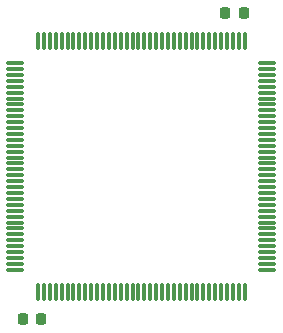
<source format=gbr>
G04 #@! TF.GenerationSoftware,KiCad,Pcbnew,7.99.0-unknown-099e5dd9e7~172~ubuntu22.04.1*
G04 #@! TF.CreationDate,2023-10-11T09:46:22+02:00*
G04 #@! TF.ProjectId,stm32u5a9zjt6q,73746d33-3275-4356-9139-7a6a7436712e,rev?*
G04 #@! TF.SameCoordinates,Original*
G04 #@! TF.FileFunction,Paste,Bot*
G04 #@! TF.FilePolarity,Positive*
%FSLAX46Y46*%
G04 Gerber Fmt 4.6, Leading zero omitted, Abs format (unit mm)*
G04 Created by KiCad (PCBNEW 7.99.0-unknown-099e5dd9e7~172~ubuntu22.04.1) date 2023-10-11 09:46:22*
%MOMM*%
%LPD*%
G01*
G04 APERTURE LIST*
G04 Aperture macros list*
%AMRoundRect*
0 Rectangle with rounded corners*
0 $1 Rounding radius*
0 $2 $3 $4 $5 $6 $7 $8 $9 X,Y pos of 4 corners*
0 Add a 4 corners polygon primitive as box body*
4,1,4,$2,$3,$4,$5,$6,$7,$8,$9,$2,$3,0*
0 Add four circle primitives for the rounded corners*
1,1,$1+$1,$2,$3*
1,1,$1+$1,$4,$5*
1,1,$1+$1,$6,$7*
1,1,$1+$1,$8,$9*
0 Add four rect primitives between the rounded corners*
20,1,$1+$1,$2,$3,$4,$5,0*
20,1,$1+$1,$4,$5,$6,$7,0*
20,1,$1+$1,$6,$7,$8,$9,0*
20,1,$1+$1,$8,$9,$2,$3,0*%
G04 Aperture macros list end*
%ADD10RoundRect,0.075000X0.662500X0.075000X-0.662500X0.075000X-0.662500X-0.075000X0.662500X-0.075000X0*%
%ADD11RoundRect,0.075000X0.075000X0.662500X-0.075000X0.662500X-0.075000X-0.662500X0.075000X-0.662500X0*%
%ADD12RoundRect,0.225000X-0.225000X-0.250000X0.225000X-0.250000X0.225000X0.250000X-0.225000X0.250000X0*%
%ADD13RoundRect,0.225000X0.225000X0.250000X-0.225000X0.250000X-0.225000X-0.250000X0.225000X-0.250000X0*%
G04 APERTURE END LIST*
D10*
X103372500Y-97930000D03*
X103372500Y-98430000D03*
X103372500Y-98930000D03*
X103372500Y-99430000D03*
X103372500Y-99930000D03*
X103372500Y-100430000D03*
X103372500Y-100930000D03*
X103372500Y-101430000D03*
X103372500Y-101930000D03*
X103372500Y-102430000D03*
X103372500Y-102930000D03*
X103372500Y-103430000D03*
X103372500Y-103930000D03*
X103372500Y-104430000D03*
X103372500Y-104930000D03*
X103372500Y-105430000D03*
X103372500Y-105930000D03*
X103372500Y-106430000D03*
X103372500Y-106930000D03*
X103372500Y-107430000D03*
X103372500Y-107930000D03*
X103372500Y-108430000D03*
X103372500Y-108930000D03*
X103372500Y-109430000D03*
X103372500Y-109930000D03*
X103372500Y-110430000D03*
X103372500Y-110930000D03*
X103372500Y-111430000D03*
X103372500Y-111930000D03*
X103372500Y-112430000D03*
X103372500Y-112930000D03*
X103372500Y-113430000D03*
X103372500Y-113930000D03*
X103372500Y-114430000D03*
X103372500Y-114930000D03*
X103372500Y-115430000D03*
D11*
X101460000Y-117342500D03*
X100960000Y-117342500D03*
X100460000Y-117342500D03*
X99960000Y-117342500D03*
X99460000Y-117342500D03*
X98960000Y-117342500D03*
X98460000Y-117342500D03*
X97960000Y-117342500D03*
X97460000Y-117342500D03*
X96960000Y-117342500D03*
X96460000Y-117342500D03*
X95960000Y-117342500D03*
X95460000Y-117342500D03*
X94960000Y-117342500D03*
X94460000Y-117342500D03*
X93960000Y-117342500D03*
X93460000Y-117342500D03*
X92960000Y-117342500D03*
X92460000Y-117342500D03*
X91960000Y-117342500D03*
X91460000Y-117342500D03*
X90960000Y-117342500D03*
X90460000Y-117342500D03*
X89960000Y-117342500D03*
X89460000Y-117342500D03*
X88960000Y-117342500D03*
X88460000Y-117342500D03*
X87960000Y-117342500D03*
X87460000Y-117342500D03*
X86960000Y-117342500D03*
X86460000Y-117342500D03*
X85960000Y-117342500D03*
X85460000Y-117342500D03*
X84960000Y-117342500D03*
X84460000Y-117342500D03*
X83960000Y-117342500D03*
D10*
X82047500Y-115430000D03*
X82047500Y-114930000D03*
X82047500Y-114430000D03*
X82047500Y-113930000D03*
X82047500Y-113430000D03*
X82047500Y-112930000D03*
X82047500Y-112430000D03*
X82047500Y-111930000D03*
X82047500Y-111430000D03*
X82047500Y-110930000D03*
X82047500Y-110430000D03*
X82047500Y-109930000D03*
X82047500Y-109430000D03*
X82047500Y-108930000D03*
X82047500Y-108430000D03*
X82047500Y-107930000D03*
X82047500Y-107430000D03*
X82047500Y-106930000D03*
X82047500Y-106430000D03*
X82047500Y-105930000D03*
X82047500Y-105430000D03*
X82047500Y-104930000D03*
X82047500Y-104430000D03*
X82047500Y-103930000D03*
X82047500Y-103430000D03*
X82047500Y-102930000D03*
X82047500Y-102430000D03*
X82047500Y-101930000D03*
X82047500Y-101430000D03*
X82047500Y-100930000D03*
X82047500Y-100430000D03*
X82047500Y-99930000D03*
X82047500Y-99430000D03*
X82047500Y-98930000D03*
X82047500Y-98430000D03*
X82047500Y-97930000D03*
D11*
X83960000Y-96017500D03*
X84460000Y-96017500D03*
X84960000Y-96017500D03*
X85460000Y-96017500D03*
X85960000Y-96017500D03*
X86460000Y-96017500D03*
X86960000Y-96017500D03*
X87460000Y-96017500D03*
X87960000Y-96017500D03*
X88460000Y-96017500D03*
X88960000Y-96017500D03*
X89460000Y-96017500D03*
X89960000Y-96017500D03*
X90460000Y-96017500D03*
X90960000Y-96017500D03*
X91460000Y-96017500D03*
X91960000Y-96017500D03*
X92460000Y-96017500D03*
X92960000Y-96017500D03*
X93460000Y-96017500D03*
X93960000Y-96017500D03*
X94460000Y-96017500D03*
X94960000Y-96017500D03*
X95460000Y-96017500D03*
X95960000Y-96017500D03*
X96460000Y-96017500D03*
X96960000Y-96017500D03*
X97460000Y-96017500D03*
X97960000Y-96017500D03*
X98460000Y-96017500D03*
X98960000Y-96017500D03*
X99460000Y-96017500D03*
X99960000Y-96017500D03*
X100460000Y-96017500D03*
X100960000Y-96017500D03*
X101460000Y-96017500D03*
D12*
X99809000Y-93726000D03*
X101359000Y-93726000D03*
D13*
X84214000Y-119634000D03*
X82664000Y-119634000D03*
M02*

</source>
